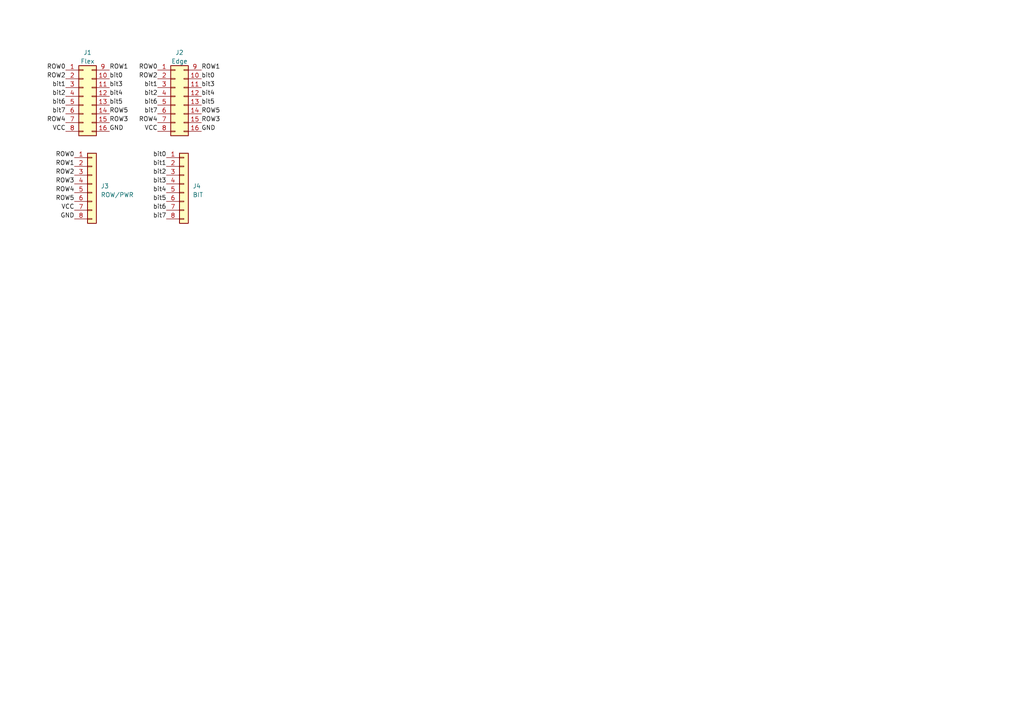
<source format=kicad_sch>
(kicad_sch (version 20230121) (generator eeschema)

  (uuid b801f26e-5e04-4a0b-850b-963e763b66bb)

  (paper "A4")

  (lib_symbols
    (symbol "Connector_Generic:Conn_01x08" (pin_names (offset 1.016) hide) (in_bom yes) (on_board yes)
      (property "Reference" "J" (at 0 10.16 0)
        (effects (font (size 1.27 1.27)))
      )
      (property "Value" "Conn_01x08" (at 0 -12.7 0)
        (effects (font (size 1.27 1.27)))
      )
      (property "Footprint" "" (at 0 0 0)
        (effects (font (size 1.27 1.27)) hide)
      )
      (property "Datasheet" "~" (at 0 0 0)
        (effects (font (size 1.27 1.27)) hide)
      )
      (property "ki_keywords" "connector" (at 0 0 0)
        (effects (font (size 1.27 1.27)) hide)
      )
      (property "ki_description" "Generic connector, single row, 01x08, script generated (kicad-library-utils/schlib/autogen/connector/)" (at 0 0 0)
        (effects (font (size 1.27 1.27)) hide)
      )
      (property "ki_fp_filters" "Connector*:*_1x??_*" (at 0 0 0)
        (effects (font (size 1.27 1.27)) hide)
      )
      (symbol "Conn_01x08_1_1"
        (rectangle (start -1.27 -10.033) (end 0 -10.287)
          (stroke (width 0.1524) (type default))
          (fill (type none))
        )
        (rectangle (start -1.27 -7.493) (end 0 -7.747)
          (stroke (width 0.1524) (type default))
          (fill (type none))
        )
        (rectangle (start -1.27 -4.953) (end 0 -5.207)
          (stroke (width 0.1524) (type default))
          (fill (type none))
        )
        (rectangle (start -1.27 -2.413) (end 0 -2.667)
          (stroke (width 0.1524) (type default))
          (fill (type none))
        )
        (rectangle (start -1.27 0.127) (end 0 -0.127)
          (stroke (width 0.1524) (type default))
          (fill (type none))
        )
        (rectangle (start -1.27 2.667) (end 0 2.413)
          (stroke (width 0.1524) (type default))
          (fill (type none))
        )
        (rectangle (start -1.27 5.207) (end 0 4.953)
          (stroke (width 0.1524) (type default))
          (fill (type none))
        )
        (rectangle (start -1.27 7.747) (end 0 7.493)
          (stroke (width 0.1524) (type default))
          (fill (type none))
        )
        (rectangle (start -1.27 8.89) (end 1.27 -11.43)
          (stroke (width 0.254) (type default))
          (fill (type background))
        )
        (pin passive line (at -5.08 7.62 0) (length 3.81)
          (name "Pin_1" (effects (font (size 1.27 1.27))))
          (number "1" (effects (font (size 1.27 1.27))))
        )
        (pin passive line (at -5.08 5.08 0) (length 3.81)
          (name "Pin_2" (effects (font (size 1.27 1.27))))
          (number "2" (effects (font (size 1.27 1.27))))
        )
        (pin passive line (at -5.08 2.54 0) (length 3.81)
          (name "Pin_3" (effects (font (size 1.27 1.27))))
          (number "3" (effects (font (size 1.27 1.27))))
        )
        (pin passive line (at -5.08 0 0) (length 3.81)
          (name "Pin_4" (effects (font (size 1.27 1.27))))
          (number "4" (effects (font (size 1.27 1.27))))
        )
        (pin passive line (at -5.08 -2.54 0) (length 3.81)
          (name "Pin_5" (effects (font (size 1.27 1.27))))
          (number "5" (effects (font (size 1.27 1.27))))
        )
        (pin passive line (at -5.08 -5.08 0) (length 3.81)
          (name "Pin_6" (effects (font (size 1.27 1.27))))
          (number "6" (effects (font (size 1.27 1.27))))
        )
        (pin passive line (at -5.08 -7.62 0) (length 3.81)
          (name "Pin_7" (effects (font (size 1.27 1.27))))
          (number "7" (effects (font (size 1.27 1.27))))
        )
        (pin passive line (at -5.08 -10.16 0) (length 3.81)
          (name "Pin_8" (effects (font (size 1.27 1.27))))
          (number "8" (effects (font (size 1.27 1.27))))
        )
      )
    )
    (symbol "Connector_Generic:Conn_02x08_Top_Bottom" (pin_names (offset 1.016) hide) (in_bom yes) (on_board yes)
      (property "Reference" "J" (at 1.27 10.16 0)
        (effects (font (size 1.27 1.27)))
      )
      (property "Value" "Conn_02x08_Top_Bottom" (at 1.27 -12.7 0)
        (effects (font (size 1.27 1.27)))
      )
      (property "Footprint" "" (at 0 0 0)
        (effects (font (size 1.27 1.27)) hide)
      )
      (property "Datasheet" "~" (at 0 0 0)
        (effects (font (size 1.27 1.27)) hide)
      )
      (property "ki_keywords" "connector" (at 0 0 0)
        (effects (font (size 1.27 1.27)) hide)
      )
      (property "ki_description" "Generic connector, double row, 02x08, top/bottom pin numbering scheme (row 1: 1...pins_per_row, row2: pins_per_row+1 ... num_pins), script generated (kicad-library-utils/schlib/autogen/connector/)" (at 0 0 0)
        (effects (font (size 1.27 1.27)) hide)
      )
      (property "ki_fp_filters" "Connector*:*_2x??_*" (at 0 0 0)
        (effects (font (size 1.27 1.27)) hide)
      )
      (symbol "Conn_02x08_Top_Bottom_1_1"
        (rectangle (start -1.27 -10.033) (end 0 -10.287)
          (stroke (width 0.1524) (type default))
          (fill (type none))
        )
        (rectangle (start -1.27 -7.493) (end 0 -7.747)
          (stroke (width 0.1524) (type default))
          (fill (type none))
        )
        (rectangle (start -1.27 -4.953) (end 0 -5.207)
          (stroke (width 0.1524) (type default))
          (fill (type none))
        )
        (rectangle (start -1.27 -2.413) (end 0 -2.667)
          (stroke (width 0.1524) (type default))
          (fill (type none))
        )
        (rectangle (start -1.27 0.127) (end 0 -0.127)
          (stroke (width 0.1524) (type default))
          (fill (type none))
        )
        (rectangle (start -1.27 2.667) (end 0 2.413)
          (stroke (width 0.1524) (type default))
          (fill (type none))
        )
        (rectangle (start -1.27 5.207) (end 0 4.953)
          (stroke (width 0.1524) (type default))
          (fill (type none))
        )
        (rectangle (start -1.27 7.747) (end 0 7.493)
          (stroke (width 0.1524) (type default))
          (fill (type none))
        )
        (rectangle (start -1.27 8.89) (end 3.81 -11.43)
          (stroke (width 0.254) (type default))
          (fill (type background))
        )
        (rectangle (start 3.81 -10.033) (end 2.54 -10.287)
          (stroke (width 0.1524) (type default))
          (fill (type none))
        )
        (rectangle (start 3.81 -7.493) (end 2.54 -7.747)
          (stroke (width 0.1524) (type default))
          (fill (type none))
        )
        (rectangle (start 3.81 -4.953) (end 2.54 -5.207)
          (stroke (width 0.1524) (type default))
          (fill (type none))
        )
        (rectangle (start 3.81 -2.413) (end 2.54 -2.667)
          (stroke (width 0.1524) (type default))
          (fill (type none))
        )
        (rectangle (start 3.81 0.127) (end 2.54 -0.127)
          (stroke (width 0.1524) (type default))
          (fill (type none))
        )
        (rectangle (start 3.81 2.667) (end 2.54 2.413)
          (stroke (width 0.1524) (type default))
          (fill (type none))
        )
        (rectangle (start 3.81 5.207) (end 2.54 4.953)
          (stroke (width 0.1524) (type default))
          (fill (type none))
        )
        (rectangle (start 3.81 7.747) (end 2.54 7.493)
          (stroke (width 0.1524) (type default))
          (fill (type none))
        )
        (pin passive line (at -5.08 7.62 0) (length 3.81)
          (name "Pin_1" (effects (font (size 1.27 1.27))))
          (number "1" (effects (font (size 1.27 1.27))))
        )
        (pin passive line (at 7.62 5.08 180) (length 3.81)
          (name "Pin_10" (effects (font (size 1.27 1.27))))
          (number "10" (effects (font (size 1.27 1.27))))
        )
        (pin passive line (at 7.62 2.54 180) (length 3.81)
          (name "Pin_11" (effects (font (size 1.27 1.27))))
          (number "11" (effects (font (size 1.27 1.27))))
        )
        (pin passive line (at 7.62 0 180) (length 3.81)
          (name "Pin_12" (effects (font (size 1.27 1.27))))
          (number "12" (effects (font (size 1.27 1.27))))
        )
        (pin passive line (at 7.62 -2.54 180) (length 3.81)
          (name "Pin_13" (effects (font (size 1.27 1.27))))
          (number "13" (effects (font (size 1.27 1.27))))
        )
        (pin passive line (at 7.62 -5.08 180) (length 3.81)
          (name "Pin_14" (effects (font (size 1.27 1.27))))
          (number "14" (effects (font (size 1.27 1.27))))
        )
        (pin passive line (at 7.62 -7.62 180) (length 3.81)
          (name "Pin_15" (effects (font (size 1.27 1.27))))
          (number "15" (effects (font (size 1.27 1.27))))
        )
        (pin passive line (at 7.62 -10.16 180) (length 3.81)
          (name "Pin_16" (effects (font (size 1.27 1.27))))
          (number "16" (effects (font (size 1.27 1.27))))
        )
        (pin passive line (at -5.08 5.08 0) (length 3.81)
          (name "Pin_2" (effects (font (size 1.27 1.27))))
          (number "2" (effects (font (size 1.27 1.27))))
        )
        (pin passive line (at -5.08 2.54 0) (length 3.81)
          (name "Pin_3" (effects (font (size 1.27 1.27))))
          (number "3" (effects (font (size 1.27 1.27))))
        )
        (pin passive line (at -5.08 0 0) (length 3.81)
          (name "Pin_4" (effects (font (size 1.27 1.27))))
          (number "4" (effects (font (size 1.27 1.27))))
        )
        (pin passive line (at -5.08 -2.54 0) (length 3.81)
          (name "Pin_5" (effects (font (size 1.27 1.27))))
          (number "5" (effects (font (size 1.27 1.27))))
        )
        (pin passive line (at -5.08 -5.08 0) (length 3.81)
          (name "Pin_6" (effects (font (size 1.27 1.27))))
          (number "6" (effects (font (size 1.27 1.27))))
        )
        (pin passive line (at -5.08 -7.62 0) (length 3.81)
          (name "Pin_7" (effects (font (size 1.27 1.27))))
          (number "7" (effects (font (size 1.27 1.27))))
        )
        (pin passive line (at -5.08 -10.16 0) (length 3.81)
          (name "Pin_8" (effects (font (size 1.27 1.27))))
          (number "8" (effects (font (size 1.27 1.27))))
        )
        (pin passive line (at 7.62 7.62 180) (length 3.81)
          (name "Pin_9" (effects (font (size 1.27 1.27))))
          (number "9" (effects (font (size 1.27 1.27))))
        )
      )
    )
  )


  (label "bit1" (at 19.05 25.4 180) (fields_autoplaced)
    (effects (font (size 1.27 1.27)) (justify right bottom))
    (uuid 0b1e9f10-dc23-4739-b753-60b96114c45b)
  )
  (label "bit2" (at 48.26 50.8 180) (fields_autoplaced)
    (effects (font (size 1.27 1.27)) (justify right bottom))
    (uuid 105989cb-a010-422e-b879-e9f1ac7520ed)
  )
  (label "ROW4" (at 45.72 35.56 180) (fields_autoplaced)
    (effects (font (size 1.27 1.27)) (justify right bottom))
    (uuid 1786a7ce-b8c6-47c7-879e-59ed3fa7504f)
  )
  (label "ROW4" (at 19.05 35.56 180) (fields_autoplaced)
    (effects (font (size 1.27 1.27)) (justify right bottom))
    (uuid 1b176ae9-86a1-42ea-8da7-be5d0bdd5799)
  )
  (label "ROW3" (at 21.59 53.34 180) (fields_autoplaced)
    (effects (font (size 1.27 1.27)) (justify right bottom))
    (uuid 1d7d1583-319a-4668-9ebe-d9dc132ad2ba)
  )
  (label "bit0" (at 48.26 45.72 180) (fields_autoplaced)
    (effects (font (size 1.27 1.27)) (justify right bottom))
    (uuid 1d83d2fd-7c5d-4e61-a8f8-dd99550a5f41)
  )
  (label "ROW0" (at 45.72 20.32 180) (fields_autoplaced)
    (effects (font (size 1.27 1.27)) (justify right bottom))
    (uuid 2b099489-3d30-497c-98a7-1d3e2b8cf7ea)
  )
  (label "bit4" (at 31.75 27.94 0) (fields_autoplaced)
    (effects (font (size 1.27 1.27)) (justify left bottom))
    (uuid 3227a334-e52d-486a-994a-3d56eac54e16)
  )
  (label "ROW5" (at 31.75 33.02 0) (fields_autoplaced)
    (effects (font (size 1.27 1.27)) (justify left bottom))
    (uuid 33a32177-adec-40b3-8ba2-be658c46b308)
  )
  (label "VCC" (at 19.05 38.1 180) (fields_autoplaced)
    (effects (font (size 1.27 1.27)) (justify right bottom))
    (uuid 3d42b9cf-b3a6-4136-b84c-98a69fccd8de)
  )
  (label "bit7" (at 45.72 33.02 180) (fields_autoplaced)
    (effects (font (size 1.27 1.27)) (justify right bottom))
    (uuid 44caea5f-d24a-4c0d-bf38-d2e038750d3f)
  )
  (label "bit2" (at 19.05 27.94 180) (fields_autoplaced)
    (effects (font (size 1.27 1.27)) (justify right bottom))
    (uuid 470038f8-a6fc-4fe1-b42b-166e7754eeee)
  )
  (label "ROW2" (at 45.72 22.86 180) (fields_autoplaced)
    (effects (font (size 1.27 1.27)) (justify right bottom))
    (uuid 49de3343-eb95-46a3-aec4-0b95f5b62202)
  )
  (label "VCC" (at 45.72 38.1 180) (fields_autoplaced)
    (effects (font (size 1.27 1.27)) (justify right bottom))
    (uuid 4b18f4f2-cf40-4ff0-af75-54b397ac4be9)
  )
  (label "ROW4" (at 21.59 55.88 180) (fields_autoplaced)
    (effects (font (size 1.27 1.27)) (justify right bottom))
    (uuid 5cf3bac8-8913-4a03-9272-8928f10d43da)
  )
  (label "ROW5" (at 58.42 33.02 0) (fields_autoplaced)
    (effects (font (size 1.27 1.27)) (justify left bottom))
    (uuid 6e755820-be2a-4bf3-b77a-f2433fb61412)
  )
  (label "bit3" (at 58.42 25.4 0) (fields_autoplaced)
    (effects (font (size 1.27 1.27)) (justify left bottom))
    (uuid 8b92d189-e70a-49b5-89ea-bae818b5fedc)
  )
  (label "bit6" (at 45.72 30.48 180) (fields_autoplaced)
    (effects (font (size 1.27 1.27)) (justify right bottom))
    (uuid 94ee201c-ce94-4d6c-bc7a-38af29ccead9)
  )
  (label "bit1" (at 48.26 48.26 180) (fields_autoplaced)
    (effects (font (size 1.27 1.27)) (justify right bottom))
    (uuid 9a63ea33-1ed2-4724-ab13-6599d3bde43e)
  )
  (label "bit4" (at 58.42 27.94 0) (fields_autoplaced)
    (effects (font (size 1.27 1.27)) (justify left bottom))
    (uuid 9b1967eb-c710-48be-b7c7-8fff2164a646)
  )
  (label "ROW0" (at 19.05 20.32 180) (fields_autoplaced)
    (effects (font (size 1.27 1.27)) (justify right bottom))
    (uuid 9e29b693-8803-4958-828a-7c7b0561a532)
  )
  (label "bit5" (at 31.75 30.48 0) (fields_autoplaced)
    (effects (font (size 1.27 1.27)) (justify left bottom))
    (uuid a10d593b-11e0-46c5-afc0-6c6181b1bd70)
  )
  (label "GND" (at 58.42 38.1 0) (fields_autoplaced)
    (effects (font (size 1.27 1.27)) (justify left bottom))
    (uuid a17bb077-ccda-431c-be4a-4e0bd0272664)
  )
  (label "GND" (at 31.75 38.1 0) (fields_autoplaced)
    (effects (font (size 1.27 1.27)) (justify left bottom))
    (uuid acebd2fd-ce86-4c1f-bef6-afa8d850e043)
  )
  (label "ROW0" (at 21.59 45.72 180) (fields_autoplaced)
    (effects (font (size 1.27 1.27)) (justify right bottom))
    (uuid b04664f6-760a-4e1a-bb10-6d1bd902c042)
  )
  (label "ROW2" (at 19.05 22.86 180) (fields_autoplaced)
    (effects (font (size 1.27 1.27)) (justify right bottom))
    (uuid ba25fb87-feb1-40d3-803a-b4961bc3014e)
  )
  (label "bit4" (at 48.26 55.88 180) (fields_autoplaced)
    (effects (font (size 1.27 1.27)) (justify right bottom))
    (uuid ba37b7f7-3dfc-486b-b730-ba542b31054d)
  )
  (label "ROW3" (at 58.42 35.56 0) (fields_autoplaced)
    (effects (font (size 1.27 1.27)) (justify left bottom))
    (uuid bb73379f-7441-4267-9a14-c9f3a0938718)
  )
  (label "bit2" (at 45.72 27.94 180) (fields_autoplaced)
    (effects (font (size 1.27 1.27)) (justify right bottom))
    (uuid bdfcf87b-bcbc-433b-9c05-bdde08f8d76b)
  )
  (label "bit3" (at 31.75 25.4 0) (fields_autoplaced)
    (effects (font (size 1.27 1.27)) (justify left bottom))
    (uuid c101f499-e9f7-4bca-89e6-9260f0d5e696)
  )
  (label "ROW2" (at 21.59 50.8 180) (fields_autoplaced)
    (effects (font (size 1.27 1.27)) (justify right bottom))
    (uuid c82800e3-d103-4896-8138-8e7b62c91d69)
  )
  (label "bit6" (at 19.05 30.48 180) (fields_autoplaced)
    (effects (font (size 1.27 1.27)) (justify right bottom))
    (uuid ce1eddb9-021f-43a4-b2b9-fd0358999583)
  )
  (label "GND" (at 21.59 63.5 180) (fields_autoplaced)
    (effects (font (size 1.27 1.27)) (justify right bottom))
    (uuid ce564e62-ed01-407e-ad1b-0b9a695a3e5c)
  )
  (label "bit7" (at 19.05 33.02 180) (fields_autoplaced)
    (effects (font (size 1.27 1.27)) (justify right bottom))
    (uuid d296d56f-bd1d-421f-b6d4-9e8515fcfd11)
  )
  (label "ROW1" (at 58.42 20.32 0) (fields_autoplaced)
    (effects (font (size 1.27 1.27)) (justify left bottom))
    (uuid d5ee7b33-0353-4c82-9912-cf5c823f7d93)
  )
  (label "bit0" (at 58.42 22.86 0) (fields_autoplaced)
    (effects (font (size 1.27 1.27)) (justify left bottom))
    (uuid d732bffb-f402-47bc-a3a2-73f8fa37f9d4)
  )
  (label "bit5" (at 58.42 30.48 0) (fields_autoplaced)
    (effects (font (size 1.27 1.27)) (justify left bottom))
    (uuid d8a86f3a-61e7-4ba2-963e-8a69c26dfff0)
  )
  (label "bit1" (at 45.72 25.4 180) (fields_autoplaced)
    (effects (font (size 1.27 1.27)) (justify right bottom))
    (uuid d9821f08-5d19-4719-a421-8783be25ba99)
  )
  (label "ROW3" (at 31.75 35.56 0) (fields_autoplaced)
    (effects (font (size 1.27 1.27)) (justify left bottom))
    (uuid eab37be2-1be8-40f3-ae0e-9004194834e7)
  )
  (label "bit5" (at 48.26 58.42 180) (fields_autoplaced)
    (effects (font (size 1.27 1.27)) (justify right bottom))
    (uuid ec7263b7-b313-4e38-8b26-7a24e15b8c1a)
  )
  (label "bit3" (at 48.26 53.34 180) (fields_autoplaced)
    (effects (font (size 1.27 1.27)) (justify right bottom))
    (uuid f0fd41d1-f066-4a8f-9864-c7eb7a4f2dc8)
  )
  (label "bit6" (at 48.26 60.96 180) (fields_autoplaced)
    (effects (font (size 1.27 1.27)) (justify right bottom))
    (uuid f145108a-4b7b-4b07-8e6e-a0a323a3b6e0)
  )
  (label "ROW1" (at 21.59 48.26 180) (fields_autoplaced)
    (effects (font (size 1.27 1.27)) (justify right bottom))
    (uuid f2894ae2-d929-4366-8cc8-6509ef8f3c35)
  )
  (label "bit7" (at 48.26 63.5 180) (fields_autoplaced)
    (effects (font (size 1.27 1.27)) (justify right bottom))
    (uuid f2f96e8b-7471-487f-bf1c-046de09b32ee)
  )
  (label "ROW1" (at 31.75 20.32 0) (fields_autoplaced)
    (effects (font (size 1.27 1.27)) (justify left bottom))
    (uuid f3c1d70b-c540-4988-ac9d-d761639ee2a3)
  )
  (label "VCC" (at 21.59 60.96 180) (fields_autoplaced)
    (effects (font (size 1.27 1.27)) (justify right bottom))
    (uuid f5764a45-cddb-40a7-b515-ce39f079731a)
  )
  (label "bit0" (at 31.75 22.86 0) (fields_autoplaced)
    (effects (font (size 1.27 1.27)) (justify left bottom))
    (uuid f7e8c531-84c5-4c24-8532-16010e27d607)
  )
  (label "ROW5" (at 21.59 58.42 180) (fields_autoplaced)
    (effects (font (size 1.27 1.27)) (justify right bottom))
    (uuid fc7b8b7a-b000-49ad-81a3-c14475a6f7b1)
  )

  (symbol (lib_id "Connector_Generic:Conn_02x08_Top_Bottom") (at 50.8 27.94 0) (unit 1)
    (in_bom yes) (on_board yes) (dnp no) (fields_autoplaced)
    (uuid 1970c8f1-31c3-4d90-b30b-5e9612b83810)
    (property "Reference" "J2" (at 52.07 15.24 0)
      (effects (font (size 1.27 1.27)))
    )
    (property "Value" "Edge" (at 52.07 17.78 0)
      (effects (font (size 1.27 1.27)))
    )
    (property "Footprint" "_project_parts:Edge-Conn" (at 50.8 27.94 0)
      (effects (font (size 1.27 1.27)) hide)
    )
    (property "Datasheet" "~" (at 50.8 27.94 0)
      (effects (font (size 1.27 1.27)) hide)
    )
    (pin "1" (uuid ae7e9436-bbc7-4624-8efd-d6b9a780c040))
    (pin "10" (uuid 11ed6c4c-3444-4f65-ac61-25b9d323881f))
    (pin "11" (uuid e3d0e515-0465-441f-a9a5-9a3feb5e3584))
    (pin "12" (uuid 5a37a44b-1886-46c9-be2a-7454d057fb23))
    (pin "13" (uuid 9df76c17-d9d9-42a6-8520-e7b3577008fe))
    (pin "14" (uuid 35b28a16-5072-4fd2-bd93-7dfb5fed6989))
    (pin "15" (uuid 69fa0bb8-a706-431a-a7b4-cb8de2cfbd0e))
    (pin "16" (uuid 7f1ac0e8-b1b9-41da-9c46-ee252fdae8a6))
    (pin "2" (uuid 4a480d93-2c8c-4223-ad67-0e3df1afafa8))
    (pin "3" (uuid 54543875-566d-4783-853f-8ce8d467e2df))
    (pin "4" (uuid 14b3d9ad-1f01-48c5-b734-43366e4d4e0e))
    (pin "5" (uuid db331dcd-1da9-4245-aadf-ccd68b868232))
    (pin "6" (uuid a07ff22b-c406-4976-a098-4f43ab9704ea))
    (pin "7" (uuid 57d24e21-824c-4134-bd35-8115a5856a62))
    (pin "8" (uuid 315d310c-843e-4ba2-95cb-a3cbd3b31e4b))
    (pin "9" (uuid 53d7bbfe-0a55-4ebb-a99d-8b38306d8d49))
    (instances
      (project "Passthru-Breakout"
        (path "/b801f26e-5e04-4a0b-850b-963e763b66bb"
          (reference "J2") (unit 1)
        )
      )
    )
  )

  (symbol (lib_id "Connector_Generic:Conn_02x08_Top_Bottom") (at 24.13 27.94 0) (unit 1)
    (in_bom yes) (on_board yes) (dnp no) (fields_autoplaced)
    (uuid ccec68ab-f868-4695-b3bf-ce9182897016)
    (property "Reference" "J1" (at 25.4 15.24 0)
      (effects (font (size 1.27 1.27)))
    )
    (property "Value" "Flex" (at 25.4 17.78 0)
      (effects (font (size 1.27 1.27)))
    )
    (property "Footprint" "_project_parts:Flex-Bonding" (at 24.13 27.94 0)
      (effects (font (size 1.27 1.27)) hide)
    )
    (property "Datasheet" "~" (at 24.13 27.94 0)
      (effects (font (size 1.27 1.27)) hide)
    )
    (pin "1" (uuid 5df52bdc-4a2e-47ce-ad9f-0fb7bea714f2))
    (pin "10" (uuid 0a6063b6-3360-4e4c-8a9e-fd2c514483f7))
    (pin "11" (uuid 3efce539-2bb7-4311-89a3-efd4012a053d))
    (pin "12" (uuid d79b775d-a678-46ec-9938-afe3821b6465))
    (pin "13" (uuid 690403b6-8d32-4404-a6d9-735ce5b93f4e))
    (pin "14" (uuid 1b2e1279-7800-42dc-8e97-a62ad42eb6c4))
    (pin "15" (uuid 661481b0-6f8e-44a8-ae83-5a49ff03025c))
    (pin "16" (uuid 1669daa3-7c27-45fe-858b-3bc5bdd417c5))
    (pin "2" (uuid 0a87aa7f-6cd5-4724-af00-82076f053f75))
    (pin "3" (uuid 134f416a-d4da-44f7-aef3-8ac73542570a))
    (pin "4" (uuid 4d13f892-7513-4e26-a3c9-ee28d379375d))
    (pin "5" (uuid b76e79d3-95c6-47e5-82f7-0e21fd87c88d))
    (pin "6" (uuid 61922da3-92b0-4a9c-826f-c26c826d85d1))
    (pin "7" (uuid 81dd8bb2-a9fe-4b3e-a42a-33c722f4e9d8))
    (pin "8" (uuid 706865b2-7df4-4460-a476-49c4ec4735b2))
    (pin "9" (uuid 4ba2877a-c7ca-4d5f-85ae-83bee3dd11c5))
    (instances
      (project "Passthru-Breakout"
        (path "/b801f26e-5e04-4a0b-850b-963e763b66bb"
          (reference "J1") (unit 1)
        )
      )
    )
  )

  (symbol (lib_id "Connector_Generic:Conn_01x08") (at 26.67 53.34 0) (unit 1)
    (in_bom yes) (on_board yes) (dnp no) (fields_autoplaced)
    (uuid d7b62663-1350-49e9-ae92-31d45187746e)
    (property "Reference" "J3" (at 29.21 53.975 0)
      (effects (font (size 1.27 1.27)) (justify left))
    )
    (property "Value" "ROW/PWR" (at 29.21 56.515 0)
      (effects (font (size 1.27 1.27)) (justify left))
    )
    (property "Footprint" "Connector_PinHeader_2.54mm:PinHeader_1x08_P2.54mm_Vertical" (at 26.67 53.34 0)
      (effects (font (size 1.27 1.27)) hide)
    )
    (property "Datasheet" "~" (at 26.67 53.34 0)
      (effects (font (size 1.27 1.27)) hide)
    )
    (pin "1" (uuid 2e3b41ee-f06f-4566-910d-3d5834a49d31))
    (pin "2" (uuid 09e4e786-4176-417f-b573-d31eb3d8329a))
    (pin "3" (uuid 7a4d7a9c-bcb5-421b-9fcc-b07e3d5ea5cd))
    (pin "4" (uuid 42ad4b17-92a1-4c98-b6fa-c7af0f99bf6b))
    (pin "5" (uuid 2ae24a03-4ccf-4cd1-9afe-c4c941088011))
    (pin "6" (uuid 0d32a135-9612-424d-8dbf-ee83183c145d))
    (pin "7" (uuid b4051aea-2882-4838-bbb3-0fe4d5a7a16d))
    (pin "8" (uuid 69a16767-2a6d-4bbb-8be8-fa54f40628da))
    (instances
      (project "Passthru-Breakout"
        (path "/b801f26e-5e04-4a0b-850b-963e763b66bb"
          (reference "J3") (unit 1)
        )
      )
    )
  )

  (symbol (lib_id "Connector_Generic:Conn_01x08") (at 53.34 53.34 0) (unit 1)
    (in_bom yes) (on_board yes) (dnp no) (fields_autoplaced)
    (uuid e9e5dd7c-93aa-4705-8af9-f6bba7fa0a06)
    (property "Reference" "J4" (at 55.88 53.975 0)
      (effects (font (size 1.27 1.27)) (justify left))
    )
    (property "Value" "BIT" (at 55.88 56.515 0)
      (effects (font (size 1.27 1.27)) (justify left))
    )
    (property "Footprint" "Connector_PinHeader_2.54mm:PinHeader_1x08_P2.54mm_Vertical" (at 53.34 53.34 0)
      (effects (font (size 1.27 1.27)) hide)
    )
    (property "Datasheet" "~" (at 53.34 53.34 0)
      (effects (font (size 1.27 1.27)) hide)
    )
    (pin "1" (uuid d61666f9-d76c-466a-ac96-3452e9aed64e))
    (pin "2" (uuid ac5e6cbb-52e6-4b6c-b0c5-fe7433ea96eb))
    (pin "3" (uuid 7b55c24e-03c3-4187-973c-414c1cacb36d))
    (pin "4" (uuid 7976f7ea-7316-435f-892c-e90edc2494ac))
    (pin "5" (uuid d48423e7-5af7-41d1-97fa-3386ab77c794))
    (pin "6" (uuid c228d78f-5d2b-4931-a3f3-b9c6ff05d7d3))
    (pin "7" (uuid 215a1d5b-fe64-402b-86b0-d43c020689f4))
    (pin "8" (uuid 00ad4e5c-b4e2-4203-b7f9-0bc346282a2a))
    (instances
      (project "Passthru-Breakout"
        (path "/b801f26e-5e04-4a0b-850b-963e763b66bb"
          (reference "J4") (unit 1)
        )
      )
    )
  )

  (sheet_instances
    (path "/" (page "1"))
  )
)

</source>
